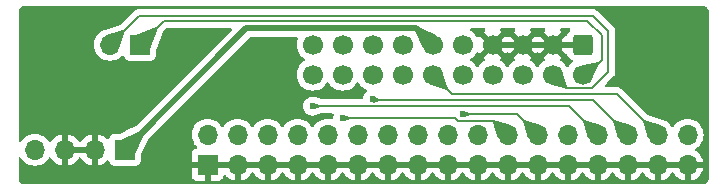
<source format=gbr>
%TF.GenerationSoftware,KiCad,Pcbnew,8.0.5*%
%TF.CreationDate,2024-12-02T19:35:40-06:00*%
%TF.ProjectId,Apple-II-HXC-Gotek-Adapter,4170706c-652d-4494-992d-4858432d476f,v1.0*%
%TF.SameCoordinates,Original*%
%TF.FileFunction,Copper,L1,Top*%
%TF.FilePolarity,Positive*%
%FSLAX46Y46*%
G04 Gerber Fmt 4.6, Leading zero omitted, Abs format (unit mm)*
G04 Created by KiCad (PCBNEW 8.0.5) date 2024-12-02 19:35:40*
%MOMM*%
%LPD*%
G01*
G04 APERTURE LIST*
G04 Aperture macros list*
%AMRoundRect*
0 Rectangle with rounded corners*
0 $1 Rounding radius*
0 $2 $3 $4 $5 $6 $7 $8 $9 X,Y pos of 4 corners*
0 Add a 4 corners polygon primitive as box body*
4,1,4,$2,$3,$4,$5,$6,$7,$8,$9,$2,$3,0*
0 Add four circle primitives for the rounded corners*
1,1,$1+$1,$2,$3*
1,1,$1+$1,$4,$5*
1,1,$1+$1,$6,$7*
1,1,$1+$1,$8,$9*
0 Add four rect primitives between the rounded corners*
20,1,$1+$1,$2,$3,$4,$5,0*
20,1,$1+$1,$4,$5,$6,$7,0*
20,1,$1+$1,$6,$7,$8,$9,0*
20,1,$1+$1,$8,$9,$2,$3,0*%
G04 Aperture macros list end*
%TA.AperFunction,ComponentPad*%
%ADD10R,1.700000X1.700000*%
%TD*%
%TA.AperFunction,ComponentPad*%
%ADD11O,1.700000X1.700000*%
%TD*%
%TA.AperFunction,ComponentPad*%
%ADD12C,1.700000*%
%TD*%
%TA.AperFunction,ComponentPad*%
%ADD13RoundRect,0.250000X-0.600000X0.600000X-0.600000X-0.600000X0.600000X-0.600000X0.600000X0.600000X0*%
%TD*%
%TA.AperFunction,ViaPad*%
%ADD14C,0.600000*%
%TD*%
%TA.AperFunction,Conductor*%
%ADD15C,0.200000*%
%TD*%
%TA.AperFunction,Conductor*%
%ADD16C,0.500000*%
%TD*%
G04 APERTURE END LIST*
D10*
%TO.P,J4,1,Pin_1*%
%TO.N,/PH0-RX*%
X86995000Y-101600000D03*
D11*
%TO.P,J4,2,Pin_2*%
%TO.N,/PH1-TX*%
X84455000Y-101600000D03*
%TD*%
D12*
%TO.P,J2,20,Pin_20*%
%TO.N,/WRPROT*%
X101600000Y-104140000D03*
%TO.P,J2,19,Pin_19*%
%TO.N,unconnected-(J2-Pin_19-Pad19)*%
X101600000Y-101600000D03*
%TO.P,J2,18,Pin_18*%
%TO.N,/WR*%
X104140000Y-104140000D03*
%TO.P,J2,17,Pin_17*%
%TO.N,unconnected-(J2-Pin_17-Pad17)*%
X104140000Y-101600000D03*
%TO.P,J2,16,Pin_16*%
%TO.N,/RD*%
X106680000Y-104140000D03*
%TO.P,J2,15,Pin_15*%
%TO.N,unconnected-(J2-Pin_15-Pad15)*%
X106680000Y-101600000D03*
%TO.P,J2,14,Pin_14*%
%TO.N,/~{DRVEN}*%
X109220000Y-104140000D03*
%TO.P,J2,13,Pin_13*%
%TO.N,unconnected-(J2-Pin_13-Pad13)*%
X109220000Y-101600000D03*
%TO.P,J2,12,Pin_12*%
%TO.N,/SEL*%
X111760000Y-104140000D03*
%TO.P,J2,11,Pin_11*%
%TO.N,+5V*%
X111760000Y-101600000D03*
%TO.P,J2,10,Pin_10*%
%TO.N,/~{WREQ}*%
X114300000Y-104140000D03*
%TO.P,J2,9,Pin_9*%
%TO.N,unconnected-(J2-Pin_9-Pad9)*%
X114300000Y-101600000D03*
%TO.P,J2,8,Pin_8*%
%TO.N,/PH3*%
X116840000Y-104140000D03*
%TO.P,J2,7,Pin_7*%
%TO.N,GND*%
X116840000Y-101600000D03*
%TO.P,J2,6,Pin_6*%
%TO.N,/PH2*%
X119380000Y-104140000D03*
%TO.P,J2,5,Pin_5*%
%TO.N,GND*%
X119380000Y-101600000D03*
%TO.P,J2,4,Pin_4*%
%TO.N,/PH1-TX*%
X121920000Y-104140000D03*
%TO.P,J2,3,Pin_3*%
%TO.N,GND*%
X121920000Y-101600000D03*
%TO.P,J2,2,Pin_2*%
%TO.N,/PH0-RX*%
X124460000Y-104140000D03*
D13*
%TO.P,J2,1,Pin_1*%
%TO.N,GND*%
X124460000Y-101600000D03*
%TD*%
D10*
%TO.P,J3,1,Pin_1*%
%TO.N,+5V*%
X85710000Y-110490000D03*
D11*
%TO.P,J3,2,Pin_2*%
%TO.N,GND*%
X83170000Y-110490000D03*
%TO.P,J3,3,Pin_3*%
X80630000Y-110490000D03*
%TO.P,J3,4,Pin_4*%
%TO.N,unconnected-(J3-Pin_4-Pad4)*%
X78090000Y-110490000D03*
%TD*%
D10*
%TO.P,J1,1,Pin_1*%
%TO.N,GND*%
X92710000Y-111760000D03*
D11*
%TO.P,J1,2,Pin_2*%
%TO.N,unconnected-(J1-Pin_2-Pad2)*%
X92710000Y-109220000D03*
%TO.P,J1,3,Pin_3*%
%TO.N,GND*%
X95250000Y-111760000D03*
%TO.P,J1,4,Pin_4*%
%TO.N,unconnected-(J1-Pin_4-Pad4)*%
X95250000Y-109220000D03*
%TO.P,J1,5,Pin_5*%
%TO.N,GND*%
X97790000Y-111760000D03*
%TO.P,J1,6,Pin_6*%
%TO.N,unconnected-(J1-Pin_6-Pad6)*%
X97790000Y-109220000D03*
%TO.P,J1,7,Pin_7*%
%TO.N,GND*%
X100330000Y-111760000D03*
%TO.P,J1,8,Pin_8*%
%TO.N,unconnected-(J1-Pin_8-Pad8)*%
X100330000Y-109220000D03*
%TO.P,J1,9,Pin_9*%
%TO.N,GND*%
X102870000Y-111760000D03*
%TO.P,J1,10,Pin_10*%
%TO.N,/~{DRVEN}*%
X102870000Y-109220000D03*
%TO.P,J1,11,Pin_11*%
%TO.N,GND*%
X105410000Y-111760000D03*
%TO.P,J1,12,Pin_12*%
%TO.N,unconnected-(J1-Pin_12-Pad12)*%
X105410000Y-109220000D03*
%TO.P,J1,13,Pin_13*%
%TO.N,GND*%
X107950000Y-111760000D03*
%TO.P,J1,14,Pin_14*%
%TO.N,unconnected-(J1-Pin_14-Pad14)*%
X107950000Y-109220000D03*
%TO.P,J1,15,Pin_15*%
%TO.N,GND*%
X110490000Y-111760000D03*
%TO.P,J1,16,Pin_16*%
%TO.N,unconnected-(J1-Pin_16-Pad16)*%
X110490000Y-109220000D03*
%TO.P,J1,17,Pin_17*%
%TO.N,GND*%
X113030000Y-111760000D03*
%TO.P,J1,18,Pin_18*%
%TO.N,/PH2*%
X113030000Y-109220000D03*
%TO.P,J1,19,Pin_19*%
%TO.N,GND*%
X115570000Y-111760000D03*
%TO.P,J1,20,Pin_20*%
%TO.N,/PH3*%
X115570000Y-109220000D03*
%TO.P,J1,21,Pin_21*%
%TO.N,GND*%
X118110000Y-111760000D03*
%TO.P,J1,22,Pin_22*%
%TO.N,/WR*%
X118110000Y-109220000D03*
%TO.P,J1,23,Pin_23*%
%TO.N,GND*%
X120650000Y-111760000D03*
%TO.P,J1,24,Pin_24*%
%TO.N,/~{WREQ}*%
X120650000Y-109220000D03*
%TO.P,J1,25,Pin_25*%
%TO.N,GND*%
X123190000Y-111760000D03*
%TO.P,J1,26,Pin_26*%
%TO.N,unconnected-(J1-Pin_26-Pad26)*%
X123190000Y-109220000D03*
%TO.P,J1,27,Pin_27*%
%TO.N,GND*%
X125730000Y-111760000D03*
%TO.P,J1,28,Pin_28*%
%TO.N,/WRPROT*%
X125730000Y-109220000D03*
%TO.P,J1,29,Pin_29*%
%TO.N,GND*%
X128270000Y-111760000D03*
%TO.P,J1,30,Pin_30*%
%TO.N,/RD*%
X128270000Y-109220000D03*
%TO.P,J1,31,Pin_31*%
%TO.N,GND*%
X130810000Y-111760000D03*
%TO.P,J1,32,Pin_32*%
%TO.N,/SEL*%
X130810000Y-109220000D03*
%TO.P,J1,33,Pin_33*%
%TO.N,GND*%
X133350000Y-111760000D03*
%TO.P,J1,34,Pin_34*%
%TO.N,unconnected-(J1-Pin_34-Pad34)*%
X133350000Y-109220000D03*
%TD*%
D14*
%TO.N,/RD*%
X106680000Y-106207000D03*
%TO.N,/WRPROT*%
X101600000Y-106807000D03*
%TO.N,/~{WREQ}*%
X114300000Y-107470000D03*
%TO.N,/WR*%
X104140000Y-107823000D03*
%TD*%
D15*
%TO.N,/PH0-RX*%
X124860000Y-99587000D02*
X89008000Y-99587000D01*
X89008000Y-99587000D02*
X86995000Y-101600000D01*
X126092000Y-100819000D02*
X124860000Y-99587000D01*
X126092000Y-102889000D02*
X126092000Y-100819000D01*
X124841000Y-104140000D02*
X126092000Y-102889000D01*
X124460000Y-104140000D02*
X124841000Y-104140000D01*
%TO.N,/PH1-TX*%
X86868000Y-99187000D02*
X84455000Y-101600000D01*
X123070000Y-105290000D02*
X125215000Y-105290000D01*
X125215000Y-105290000D02*
X126619000Y-103886000D01*
X126619000Y-100457000D02*
X125349000Y-99187000D01*
X121920000Y-104140000D02*
X123070000Y-105290000D01*
X126619000Y-103886000D02*
X126619000Y-100457000D01*
X125349000Y-99187000D02*
X86868000Y-99187000D01*
%TO.N,/WR*%
X116960000Y-108070000D02*
X118110000Y-109220000D01*
X113918236Y-108070000D02*
X116960000Y-108070000D01*
X113671236Y-107823000D02*
X113918236Y-108070000D01*
X104140000Y-107823000D02*
X113671236Y-107823000D01*
%TO.N,/RD*%
X106772000Y-106299000D02*
X106680000Y-106207000D01*
X125349000Y-106299000D02*
X106772000Y-106299000D01*
X128270000Y-109220000D02*
X125349000Y-106299000D01*
%TO.N,/WRPROT*%
X123317000Y-106807000D02*
X101600000Y-106807000D01*
X125730000Y-109220000D02*
X123317000Y-106807000D01*
D16*
%TO.N,+5V*%
X110363000Y-100203000D02*
X95997000Y-100203000D01*
X111760000Y-101600000D02*
X110363000Y-100203000D01*
X95997000Y-100203000D02*
X85710000Y-110490000D01*
D15*
%TO.N,/SEL*%
X113411000Y-105791000D02*
X111760000Y-104140000D01*
X127381000Y-105791000D02*
X113411000Y-105791000D01*
X130810000Y-109220000D02*
X127381000Y-105791000D01*
D16*
%TO.N,GND*%
X116840000Y-101600000D02*
X124460000Y-101600000D01*
D15*
%TO.N,/~{WREQ}*%
X118900000Y-107470000D02*
X114300000Y-107470000D01*
X120650000Y-109220000D02*
X118900000Y-107470000D01*
%TD*%
%TA.AperFunction,Conductor*%
%TO.N,GND*%
G36*
X134642922Y-98291280D02*
G01*
X134733266Y-98301459D01*
X134760331Y-98307636D01*
X134839540Y-98335352D01*
X134864553Y-98347398D01*
X134935606Y-98392043D01*
X134957313Y-98409355D01*
X135016644Y-98468686D01*
X135033957Y-98490395D01*
X135078600Y-98561444D01*
X135090648Y-98586462D01*
X135118362Y-98665666D01*
X135124540Y-98692735D01*
X135134720Y-98783076D01*
X135135500Y-98796961D01*
X135135500Y-112912038D01*
X135134720Y-112925923D01*
X135124540Y-113016264D01*
X135118362Y-113043333D01*
X135090648Y-113122537D01*
X135078600Y-113147555D01*
X135033957Y-113218604D01*
X135016644Y-113240313D01*
X134957313Y-113299644D01*
X134935604Y-113316957D01*
X134864555Y-113361600D01*
X134839537Y-113373648D01*
X134760333Y-113401362D01*
X134733264Y-113407540D01*
X134653075Y-113416576D01*
X134642921Y-113417720D01*
X134629038Y-113418500D01*
X77206962Y-113418500D01*
X77193078Y-113417720D01*
X77180553Y-113416308D01*
X77102735Y-113407540D01*
X77075666Y-113401362D01*
X76996462Y-113373648D01*
X76971444Y-113361600D01*
X76900395Y-113316957D01*
X76878686Y-113299644D01*
X76819355Y-113240313D01*
X76802042Y-113218604D01*
X76757399Y-113147555D01*
X76745351Y-113122537D01*
X76740964Y-113110000D01*
X76717636Y-113043331D01*
X76711459Y-113016263D01*
X76705929Y-112967187D01*
X76701280Y-112925922D01*
X76700500Y-112912038D01*
X76700500Y-111253391D01*
X76720185Y-111186352D01*
X76772989Y-111140597D01*
X76842147Y-111130653D01*
X76905703Y-111159678D01*
X76926073Y-111182266D01*
X76975876Y-111253391D01*
X77051281Y-111361082D01*
X77051505Y-111361401D01*
X77218599Y-111528495D01*
X77315384Y-111596265D01*
X77412165Y-111664032D01*
X77412167Y-111664033D01*
X77412170Y-111664035D01*
X77626337Y-111763903D01*
X77854592Y-111825063D01*
X78031034Y-111840500D01*
X78089999Y-111845659D01*
X78090000Y-111845659D01*
X78090001Y-111845659D01*
X78148966Y-111840500D01*
X78325408Y-111825063D01*
X78553663Y-111763903D01*
X78767830Y-111664035D01*
X78961401Y-111528495D01*
X79128495Y-111361401D01*
X79258730Y-111175405D01*
X79313307Y-111131781D01*
X79382805Y-111124587D01*
X79445160Y-111156110D01*
X79461879Y-111175405D01*
X79591890Y-111361078D01*
X79758917Y-111528105D01*
X79952421Y-111663600D01*
X80166507Y-111763429D01*
X80166516Y-111763433D01*
X80380000Y-111820634D01*
X80380000Y-110923012D01*
X80437007Y-110955925D01*
X80564174Y-110990000D01*
X80695826Y-110990000D01*
X80822993Y-110955925D01*
X80880000Y-110923012D01*
X80880000Y-111820633D01*
X81093483Y-111763433D01*
X81093492Y-111763429D01*
X81307578Y-111663600D01*
X81501082Y-111528105D01*
X81668105Y-111361082D01*
X81798425Y-111174968D01*
X81853002Y-111131344D01*
X81922501Y-111124151D01*
X81984855Y-111155673D01*
X82001575Y-111174968D01*
X82131894Y-111361082D01*
X82298917Y-111528105D01*
X82492421Y-111663600D01*
X82706507Y-111763429D01*
X82706516Y-111763433D01*
X82920000Y-111820634D01*
X82920000Y-110923012D01*
X82977007Y-110955925D01*
X83104174Y-110990000D01*
X83235826Y-110990000D01*
X83362993Y-110955925D01*
X83420000Y-110923012D01*
X83420000Y-111820633D01*
X83633483Y-111763433D01*
X83633492Y-111763429D01*
X83847578Y-111663600D01*
X84041078Y-111528108D01*
X84163133Y-111406053D01*
X84224456Y-111372568D01*
X84294148Y-111377552D01*
X84350082Y-111419423D01*
X84366997Y-111450401D01*
X84416202Y-111582328D01*
X84416206Y-111582335D01*
X84502452Y-111697544D01*
X84502455Y-111697547D01*
X84617664Y-111783793D01*
X84617671Y-111783797D01*
X84752517Y-111834091D01*
X84752516Y-111834091D01*
X84759444Y-111834835D01*
X84812127Y-111840500D01*
X86607872Y-111840499D01*
X86667483Y-111834091D01*
X86802331Y-111783796D01*
X86917546Y-111697546D01*
X87003796Y-111582331D01*
X87054091Y-111447483D01*
X87060500Y-111387873D01*
X87060499Y-110995321D01*
X87072634Y-110941822D01*
X87097935Y-110888920D01*
X87753803Y-109517558D01*
X87777983Y-109483383D01*
X96271549Y-100989819D01*
X96332872Y-100956334D01*
X96359230Y-100953500D01*
X100216714Y-100953500D01*
X100283753Y-100973185D01*
X100329508Y-101025989D01*
X100339452Y-101095147D01*
X100329098Y-101129901D01*
X100326098Y-101136334D01*
X100326094Y-101136344D01*
X100264938Y-101364586D01*
X100264936Y-101364596D01*
X100244341Y-101599999D01*
X100244341Y-101600000D01*
X100264936Y-101835403D01*
X100264938Y-101835413D01*
X100326094Y-102063655D01*
X100326096Y-102063659D01*
X100326097Y-102063663D01*
X100351524Y-102118191D01*
X100425965Y-102277830D01*
X100425967Y-102277834D01*
X100528858Y-102424777D01*
X100561501Y-102471396D01*
X100561506Y-102471402D01*
X100728597Y-102638493D01*
X100728603Y-102638498D01*
X100914158Y-102768425D01*
X100957783Y-102823002D01*
X100964977Y-102892500D01*
X100933454Y-102954855D01*
X100914158Y-102971575D01*
X100728597Y-103101505D01*
X100561505Y-103268597D01*
X100425965Y-103462169D01*
X100425964Y-103462171D01*
X100326098Y-103676335D01*
X100326094Y-103676344D01*
X100264938Y-103904586D01*
X100264936Y-103904596D01*
X100244341Y-104139999D01*
X100244341Y-104140000D01*
X100264936Y-104375403D01*
X100264938Y-104375413D01*
X100326094Y-104603655D01*
X100326096Y-104603659D01*
X100326097Y-104603663D01*
X100330000Y-104612032D01*
X100425965Y-104817830D01*
X100425967Y-104817834D01*
X100534281Y-104972521D01*
X100561505Y-105011401D01*
X100728599Y-105178495D01*
X100745744Y-105190500D01*
X100922165Y-105314032D01*
X100922167Y-105314033D01*
X100922170Y-105314035D01*
X101136337Y-105413903D01*
X101136343Y-105413904D01*
X101136344Y-105413905D01*
X101167623Y-105422286D01*
X101364592Y-105475063D01*
X101547777Y-105491090D01*
X101599999Y-105495659D01*
X101600000Y-105495659D01*
X101600001Y-105495659D01*
X101640930Y-105492078D01*
X101835408Y-105475063D01*
X102063663Y-105413903D01*
X102277830Y-105314035D01*
X102471401Y-105178495D01*
X102638495Y-105011401D01*
X102768425Y-104825842D01*
X102823002Y-104782217D01*
X102892500Y-104775023D01*
X102954855Y-104806546D01*
X102971575Y-104825842D01*
X103101500Y-105011395D01*
X103101505Y-105011401D01*
X103268599Y-105178495D01*
X103285744Y-105190500D01*
X103462165Y-105314032D01*
X103462167Y-105314033D01*
X103462170Y-105314035D01*
X103676337Y-105413903D01*
X103676343Y-105413904D01*
X103676344Y-105413905D01*
X103707623Y-105422286D01*
X103904592Y-105475063D01*
X104087777Y-105491090D01*
X104139999Y-105495659D01*
X104140000Y-105495659D01*
X104140001Y-105495659D01*
X104180930Y-105492078D01*
X104375408Y-105475063D01*
X104603663Y-105413903D01*
X104817830Y-105314035D01*
X105011401Y-105178495D01*
X105178495Y-105011401D01*
X105308425Y-104825842D01*
X105363002Y-104782217D01*
X105432500Y-104775023D01*
X105494855Y-104806546D01*
X105511575Y-104825842D01*
X105641500Y-105011395D01*
X105641505Y-105011401D01*
X105808599Y-105178495D01*
X105825744Y-105190500D01*
X106002165Y-105314032D01*
X106002167Y-105314033D01*
X106002170Y-105314035D01*
X106128363Y-105372880D01*
X106140870Y-105378712D01*
X106193309Y-105424884D01*
X106212461Y-105492078D01*
X106192245Y-105558959D01*
X106176147Y-105578775D01*
X106050183Y-105704739D01*
X105954210Y-105857478D01*
X105894630Y-106027750D01*
X105886898Y-106096383D01*
X105859832Y-106160797D01*
X105802237Y-106200352D01*
X105763678Y-106206500D01*
X102325027Y-106206500D01*
X102282496Y-106198978D01*
X101898687Y-106058834D01*
X101887104Y-106055150D01*
X101858111Y-106045927D01*
X101858104Y-106045926D01*
X101858095Y-106045924D01*
X101856718Y-106045754D01*
X101830992Y-106039735D01*
X101779252Y-106021631D01*
X101600004Y-106001435D01*
X101599996Y-106001435D01*
X101420750Y-106021630D01*
X101420745Y-106021631D01*
X101250476Y-106081211D01*
X101097737Y-106177184D01*
X100970184Y-106304737D01*
X100874211Y-106457476D01*
X100814631Y-106627745D01*
X100814630Y-106627750D01*
X100794435Y-106806996D01*
X100794435Y-106807003D01*
X100814630Y-106986249D01*
X100814631Y-106986254D01*
X100874211Y-107156523D01*
X100970184Y-107309262D01*
X101097738Y-107436816D01*
X101168707Y-107481409D01*
X101201563Y-107502054D01*
X101250478Y-107532789D01*
X101334187Y-107562080D01*
X101420745Y-107592368D01*
X101420750Y-107592369D01*
X101599996Y-107612565D01*
X101600000Y-107612565D01*
X101600004Y-107612565D01*
X101779249Y-107592369D01*
X101779250Y-107592368D01*
X101779255Y-107592368D01*
X101858251Y-107564725D01*
X101873651Y-107560431D01*
X101898687Y-107555166D01*
X102282495Y-107415022D01*
X102325026Y-107407500D01*
X103262535Y-107407500D01*
X103329574Y-107427185D01*
X103375329Y-107479989D01*
X103385273Y-107549147D01*
X103379577Y-107572454D01*
X103354632Y-107643742D01*
X103354630Y-107643749D01*
X103337081Y-107799506D01*
X103310014Y-107863920D01*
X103252419Y-107903475D01*
X103182582Y-107905612D01*
X103181768Y-107905397D01*
X103105413Y-107884938D01*
X103105403Y-107884936D01*
X102870001Y-107864341D01*
X102869999Y-107864341D01*
X102634596Y-107884936D01*
X102634586Y-107884938D01*
X102406344Y-107946094D01*
X102406335Y-107946098D01*
X102192171Y-108045964D01*
X102192169Y-108045965D01*
X101998597Y-108181505D01*
X101831505Y-108348597D01*
X101701575Y-108534158D01*
X101646998Y-108577783D01*
X101577500Y-108584977D01*
X101515145Y-108553454D01*
X101498425Y-108534158D01*
X101368494Y-108348597D01*
X101201402Y-108181506D01*
X101201395Y-108181501D01*
X101007834Y-108045967D01*
X101007830Y-108045965D01*
X101007828Y-108045964D01*
X100793663Y-107946097D01*
X100793659Y-107946096D01*
X100793655Y-107946094D01*
X100565413Y-107884938D01*
X100565403Y-107884936D01*
X100330001Y-107864341D01*
X100329999Y-107864341D01*
X100094596Y-107884936D01*
X100094586Y-107884938D01*
X99866344Y-107946094D01*
X99866335Y-107946098D01*
X99652171Y-108045964D01*
X99652169Y-108045965D01*
X99458597Y-108181505D01*
X99291505Y-108348597D01*
X99161575Y-108534158D01*
X99106998Y-108577783D01*
X99037500Y-108584977D01*
X98975145Y-108553454D01*
X98958425Y-108534158D01*
X98828494Y-108348597D01*
X98661402Y-108181506D01*
X98661395Y-108181501D01*
X98467834Y-108045967D01*
X98467830Y-108045965D01*
X98467828Y-108045964D01*
X98253663Y-107946097D01*
X98253659Y-107946096D01*
X98253655Y-107946094D01*
X98025413Y-107884938D01*
X98025403Y-107884936D01*
X97790001Y-107864341D01*
X97789999Y-107864341D01*
X97554596Y-107884936D01*
X97554586Y-107884938D01*
X97326344Y-107946094D01*
X97326335Y-107946098D01*
X97112171Y-108045964D01*
X97112169Y-108045965D01*
X96918597Y-108181505D01*
X96751505Y-108348597D01*
X96621575Y-108534158D01*
X96566998Y-108577783D01*
X96497500Y-108584977D01*
X96435145Y-108553454D01*
X96418425Y-108534158D01*
X96288494Y-108348597D01*
X96121402Y-108181506D01*
X96121395Y-108181501D01*
X95927834Y-108045967D01*
X95927830Y-108045965D01*
X95927828Y-108045964D01*
X95713663Y-107946097D01*
X95713659Y-107946096D01*
X95713655Y-107946094D01*
X95485413Y-107884938D01*
X95485403Y-107884936D01*
X95250001Y-107864341D01*
X95249999Y-107864341D01*
X95014596Y-107884936D01*
X95014586Y-107884938D01*
X94786344Y-107946094D01*
X94786335Y-107946098D01*
X94572171Y-108045964D01*
X94572169Y-108045965D01*
X94378597Y-108181505D01*
X94211505Y-108348597D01*
X94081575Y-108534158D01*
X94026998Y-108577783D01*
X93957500Y-108584977D01*
X93895145Y-108553454D01*
X93878425Y-108534158D01*
X93748494Y-108348597D01*
X93581402Y-108181506D01*
X93581395Y-108181501D01*
X93387834Y-108045967D01*
X93387830Y-108045965D01*
X93387828Y-108045964D01*
X93173663Y-107946097D01*
X93173659Y-107946096D01*
X93173655Y-107946094D01*
X92945413Y-107884938D01*
X92945403Y-107884936D01*
X92710001Y-107864341D01*
X92709999Y-107864341D01*
X92474596Y-107884936D01*
X92474586Y-107884938D01*
X92246344Y-107946094D01*
X92246335Y-107946098D01*
X92032171Y-108045964D01*
X92032169Y-108045965D01*
X91838597Y-108181505D01*
X91671505Y-108348597D01*
X91535965Y-108542169D01*
X91535964Y-108542171D01*
X91436098Y-108756335D01*
X91436094Y-108756344D01*
X91374938Y-108984586D01*
X91374936Y-108984596D01*
X91354341Y-109219999D01*
X91354341Y-109220000D01*
X91374936Y-109455403D01*
X91374938Y-109455413D01*
X91436094Y-109683655D01*
X91436096Y-109683659D01*
X91436097Y-109683663D01*
X91519358Y-109862217D01*
X91535965Y-109897830D01*
X91535967Y-109897834D01*
X91600503Y-109990000D01*
X91671501Y-110091396D01*
X91671506Y-110091402D01*
X91793818Y-110213714D01*
X91827303Y-110275037D01*
X91822319Y-110344729D01*
X91780447Y-110400662D01*
X91749471Y-110417577D01*
X91617912Y-110466646D01*
X91617906Y-110466649D01*
X91502812Y-110552809D01*
X91502809Y-110552812D01*
X91416649Y-110667906D01*
X91416645Y-110667913D01*
X91366403Y-110802620D01*
X91366401Y-110802627D01*
X91360000Y-110862155D01*
X91360000Y-111510000D01*
X92276988Y-111510000D01*
X92244075Y-111567007D01*
X92210000Y-111694174D01*
X92210000Y-111825826D01*
X92244075Y-111952993D01*
X92276988Y-112010000D01*
X91360000Y-112010000D01*
X91360000Y-112657844D01*
X91366401Y-112717372D01*
X91366403Y-112717379D01*
X91416645Y-112852086D01*
X91416649Y-112852093D01*
X91502809Y-112967187D01*
X91502812Y-112967190D01*
X91617906Y-113053350D01*
X91617913Y-113053354D01*
X91752620Y-113103596D01*
X91752627Y-113103598D01*
X91812155Y-113109999D01*
X91812172Y-113110000D01*
X92460000Y-113110000D01*
X92460000Y-112193012D01*
X92517007Y-112225925D01*
X92644174Y-112260000D01*
X92775826Y-112260000D01*
X92902993Y-112225925D01*
X92960000Y-112193012D01*
X92960000Y-113110000D01*
X93607828Y-113110000D01*
X93607844Y-113109999D01*
X93667372Y-113103598D01*
X93667379Y-113103596D01*
X93802086Y-113053354D01*
X93802093Y-113053350D01*
X93917187Y-112967190D01*
X93917190Y-112967187D01*
X94003350Y-112852093D01*
X94003354Y-112852086D01*
X94052614Y-112720013D01*
X94094485Y-112664079D01*
X94159949Y-112639662D01*
X94228222Y-112654513D01*
X94256477Y-112675665D01*
X94378917Y-112798105D01*
X94572421Y-112933600D01*
X94786507Y-113033429D01*
X94786516Y-113033433D01*
X95000000Y-113090634D01*
X95000000Y-112193012D01*
X95057007Y-112225925D01*
X95184174Y-112260000D01*
X95315826Y-112260000D01*
X95442993Y-112225925D01*
X95500000Y-112193012D01*
X95500000Y-113090633D01*
X95713483Y-113033433D01*
X95713492Y-113033429D01*
X95927578Y-112933600D01*
X96121082Y-112798105D01*
X96288105Y-112631082D01*
X96418425Y-112444968D01*
X96473002Y-112401344D01*
X96542501Y-112394151D01*
X96604855Y-112425673D01*
X96621575Y-112444968D01*
X96751894Y-112631082D01*
X96918917Y-112798105D01*
X97112421Y-112933600D01*
X97326507Y-113033429D01*
X97326516Y-113033433D01*
X97540000Y-113090634D01*
X97540000Y-112193012D01*
X97597007Y-112225925D01*
X97724174Y-112260000D01*
X97855826Y-112260000D01*
X97982993Y-112225925D01*
X98040000Y-112193012D01*
X98040000Y-113090633D01*
X98253483Y-113033433D01*
X98253492Y-113033429D01*
X98467578Y-112933600D01*
X98661082Y-112798105D01*
X98828105Y-112631082D01*
X98958425Y-112444968D01*
X99013002Y-112401344D01*
X99082501Y-112394151D01*
X99144855Y-112425673D01*
X99161575Y-112444968D01*
X99291894Y-112631082D01*
X99458917Y-112798105D01*
X99652421Y-112933600D01*
X99866507Y-113033429D01*
X99866516Y-113033433D01*
X100080000Y-113090634D01*
X100080000Y-112193012D01*
X100137007Y-112225925D01*
X100264174Y-112260000D01*
X100395826Y-112260000D01*
X100522993Y-112225925D01*
X100580000Y-112193012D01*
X100580000Y-113090633D01*
X100793483Y-113033433D01*
X100793492Y-113033429D01*
X101007578Y-112933600D01*
X101201082Y-112798105D01*
X101368105Y-112631082D01*
X101498425Y-112444968D01*
X101553002Y-112401344D01*
X101622501Y-112394151D01*
X101684855Y-112425673D01*
X101701575Y-112444968D01*
X101831894Y-112631082D01*
X101998917Y-112798105D01*
X102192421Y-112933600D01*
X102406507Y-113033429D01*
X102406516Y-113033433D01*
X102620000Y-113090634D01*
X102620000Y-112193012D01*
X102677007Y-112225925D01*
X102804174Y-112260000D01*
X102935826Y-112260000D01*
X103062993Y-112225925D01*
X103120000Y-112193012D01*
X103120000Y-113090633D01*
X103333483Y-113033433D01*
X103333492Y-113033429D01*
X103547578Y-112933600D01*
X103741082Y-112798105D01*
X103908105Y-112631082D01*
X104038425Y-112444968D01*
X104093002Y-112401344D01*
X104162501Y-112394151D01*
X104224855Y-112425673D01*
X104241575Y-112444968D01*
X104371894Y-112631082D01*
X104538917Y-112798105D01*
X104732421Y-112933600D01*
X104946507Y-113033429D01*
X104946516Y-113033433D01*
X105160000Y-113090634D01*
X105160000Y-112193012D01*
X105217007Y-112225925D01*
X105344174Y-112260000D01*
X105475826Y-112260000D01*
X105602993Y-112225925D01*
X105660000Y-112193012D01*
X105660000Y-113090633D01*
X105873483Y-113033433D01*
X105873492Y-113033429D01*
X106087578Y-112933600D01*
X106281082Y-112798105D01*
X106448105Y-112631082D01*
X106578425Y-112444968D01*
X106633002Y-112401344D01*
X106702501Y-112394151D01*
X106764855Y-112425673D01*
X106781575Y-112444968D01*
X106911894Y-112631082D01*
X107078917Y-112798105D01*
X107272421Y-112933600D01*
X107486507Y-113033429D01*
X107486516Y-113033433D01*
X107700000Y-113090634D01*
X107700000Y-112193012D01*
X107757007Y-112225925D01*
X107884174Y-112260000D01*
X108015826Y-112260000D01*
X108142993Y-112225925D01*
X108200000Y-112193012D01*
X108200000Y-113090634D01*
X108413483Y-113033433D01*
X108413492Y-113033429D01*
X108627578Y-112933600D01*
X108821082Y-112798105D01*
X108988105Y-112631082D01*
X109118425Y-112444968D01*
X109173002Y-112401344D01*
X109242501Y-112394151D01*
X109304855Y-112425673D01*
X109321575Y-112444968D01*
X109451894Y-112631082D01*
X109618917Y-112798105D01*
X109812421Y-112933600D01*
X110026507Y-113033429D01*
X110026516Y-113033433D01*
X110240000Y-113090634D01*
X110240000Y-112193012D01*
X110297007Y-112225925D01*
X110424174Y-112260000D01*
X110555826Y-112260000D01*
X110682993Y-112225925D01*
X110740000Y-112193012D01*
X110740000Y-113090634D01*
X110953483Y-113033433D01*
X110953492Y-113033429D01*
X111167578Y-112933600D01*
X111361082Y-112798105D01*
X111528105Y-112631082D01*
X111658425Y-112444968D01*
X111713002Y-112401344D01*
X111782501Y-112394151D01*
X111844855Y-112425673D01*
X111861575Y-112444968D01*
X111991894Y-112631082D01*
X112158917Y-112798105D01*
X112352421Y-112933600D01*
X112566507Y-113033429D01*
X112566516Y-113033433D01*
X112780000Y-113090634D01*
X112780000Y-112193012D01*
X112837007Y-112225925D01*
X112964174Y-112260000D01*
X113095826Y-112260000D01*
X113222993Y-112225925D01*
X113280000Y-112193012D01*
X113280000Y-113090634D01*
X113493483Y-113033433D01*
X113493492Y-113033429D01*
X113707578Y-112933600D01*
X113901082Y-112798105D01*
X114068105Y-112631082D01*
X114198425Y-112444968D01*
X114253002Y-112401344D01*
X114322501Y-112394151D01*
X114384855Y-112425673D01*
X114401575Y-112444968D01*
X114531894Y-112631082D01*
X114698917Y-112798105D01*
X114892421Y-112933600D01*
X115106507Y-113033429D01*
X115106516Y-113033433D01*
X115320000Y-113090634D01*
X115320000Y-112193012D01*
X115377007Y-112225925D01*
X115504174Y-112260000D01*
X115635826Y-112260000D01*
X115762993Y-112225925D01*
X115820000Y-112193012D01*
X115820000Y-113090634D01*
X116033483Y-113033433D01*
X116033492Y-113033429D01*
X116247578Y-112933600D01*
X116441082Y-112798105D01*
X116608105Y-112631082D01*
X116738425Y-112444968D01*
X116793002Y-112401344D01*
X116862501Y-112394151D01*
X116924855Y-112425673D01*
X116941575Y-112444968D01*
X117071894Y-112631082D01*
X117238917Y-112798105D01*
X117432421Y-112933600D01*
X117646507Y-113033429D01*
X117646516Y-113033433D01*
X117860000Y-113090634D01*
X117860000Y-112193012D01*
X117917007Y-112225925D01*
X118044174Y-112260000D01*
X118175826Y-112260000D01*
X118302993Y-112225925D01*
X118360000Y-112193012D01*
X118360000Y-113090634D01*
X118573483Y-113033433D01*
X118573492Y-113033429D01*
X118787578Y-112933600D01*
X118981082Y-112798105D01*
X119148105Y-112631082D01*
X119278425Y-112444968D01*
X119333002Y-112401344D01*
X119402501Y-112394151D01*
X119464855Y-112425673D01*
X119481575Y-112444968D01*
X119611894Y-112631082D01*
X119778917Y-112798105D01*
X119972421Y-112933600D01*
X120186507Y-113033429D01*
X120186516Y-113033433D01*
X120400000Y-113090634D01*
X120400000Y-112193012D01*
X120457007Y-112225925D01*
X120584174Y-112260000D01*
X120715826Y-112260000D01*
X120842993Y-112225925D01*
X120900000Y-112193012D01*
X120900000Y-113090633D01*
X121113483Y-113033433D01*
X121113492Y-113033429D01*
X121327578Y-112933600D01*
X121521082Y-112798105D01*
X121688105Y-112631082D01*
X121818425Y-112444968D01*
X121873002Y-112401344D01*
X121942501Y-112394151D01*
X122004855Y-112425673D01*
X122021575Y-112444968D01*
X122151894Y-112631082D01*
X122318917Y-112798105D01*
X122512421Y-112933600D01*
X122726507Y-113033429D01*
X122726516Y-113033433D01*
X122940000Y-113090634D01*
X122940000Y-112193012D01*
X122997007Y-112225925D01*
X123124174Y-112260000D01*
X123255826Y-112260000D01*
X123382993Y-112225925D01*
X123440000Y-112193012D01*
X123440000Y-113090633D01*
X123653483Y-113033433D01*
X123653492Y-113033429D01*
X123867578Y-112933600D01*
X124061082Y-112798105D01*
X124228105Y-112631082D01*
X124358425Y-112444968D01*
X124413002Y-112401344D01*
X124482501Y-112394151D01*
X124544855Y-112425673D01*
X124561575Y-112444968D01*
X124691894Y-112631082D01*
X124858917Y-112798105D01*
X125052421Y-112933600D01*
X125266507Y-113033429D01*
X125266516Y-113033433D01*
X125480000Y-113090634D01*
X125480000Y-112193012D01*
X125537007Y-112225925D01*
X125664174Y-112260000D01*
X125795826Y-112260000D01*
X125922993Y-112225925D01*
X125980000Y-112193012D01*
X125980000Y-113090633D01*
X126193483Y-113033433D01*
X126193492Y-113033429D01*
X126407578Y-112933600D01*
X126601082Y-112798105D01*
X126768105Y-112631082D01*
X126898425Y-112444968D01*
X126953002Y-112401344D01*
X127022501Y-112394151D01*
X127084855Y-112425673D01*
X127101575Y-112444968D01*
X127231894Y-112631082D01*
X127398917Y-112798105D01*
X127592421Y-112933600D01*
X127806507Y-113033429D01*
X127806516Y-113033433D01*
X128020000Y-113090634D01*
X128020000Y-112193012D01*
X128077007Y-112225925D01*
X128204174Y-112260000D01*
X128335826Y-112260000D01*
X128462993Y-112225925D01*
X128520000Y-112193012D01*
X128520000Y-113090633D01*
X128733483Y-113033433D01*
X128733492Y-113033429D01*
X128947578Y-112933600D01*
X129141082Y-112798105D01*
X129308105Y-112631082D01*
X129438425Y-112444968D01*
X129493002Y-112401344D01*
X129562501Y-112394151D01*
X129624855Y-112425673D01*
X129641575Y-112444968D01*
X129771894Y-112631082D01*
X129938917Y-112798105D01*
X130132421Y-112933600D01*
X130346507Y-113033429D01*
X130346516Y-113033433D01*
X130560000Y-113090634D01*
X130560000Y-112193012D01*
X130617007Y-112225925D01*
X130744174Y-112260000D01*
X130875826Y-112260000D01*
X131002993Y-112225925D01*
X131060000Y-112193012D01*
X131060000Y-113090633D01*
X131273483Y-113033433D01*
X131273492Y-113033429D01*
X131487578Y-112933600D01*
X131681082Y-112798105D01*
X131848105Y-112631082D01*
X131978425Y-112444968D01*
X132033002Y-112401344D01*
X132102501Y-112394151D01*
X132164855Y-112425673D01*
X132181575Y-112444968D01*
X132311894Y-112631082D01*
X132478917Y-112798105D01*
X132672421Y-112933600D01*
X132886507Y-113033429D01*
X132886516Y-113033433D01*
X133100000Y-113090634D01*
X133100000Y-112193012D01*
X133157007Y-112225925D01*
X133284174Y-112260000D01*
X133415826Y-112260000D01*
X133542993Y-112225925D01*
X133600000Y-112193012D01*
X133600000Y-113090633D01*
X133813483Y-113033433D01*
X133813492Y-113033429D01*
X134027578Y-112933600D01*
X134221082Y-112798105D01*
X134388105Y-112631082D01*
X134523600Y-112437578D01*
X134623429Y-112223492D01*
X134623432Y-112223486D01*
X134680636Y-112010000D01*
X133783012Y-112010000D01*
X133815925Y-111952993D01*
X133850000Y-111825826D01*
X133850000Y-111694174D01*
X133815925Y-111567007D01*
X133783012Y-111510000D01*
X134680636Y-111510000D01*
X134680635Y-111509999D01*
X134623432Y-111296513D01*
X134623429Y-111296507D01*
X134523600Y-111082422D01*
X134523599Y-111082420D01*
X134388113Y-110888926D01*
X134388108Y-110888920D01*
X134221078Y-110721890D01*
X134035405Y-110591879D01*
X133991780Y-110537302D01*
X133984588Y-110467804D01*
X134016110Y-110405449D01*
X134035406Y-110388730D01*
X134166400Y-110297007D01*
X134221401Y-110258495D01*
X134388495Y-110091401D01*
X134524035Y-109897830D01*
X134623903Y-109683663D01*
X134685063Y-109455408D01*
X134705659Y-109220000D01*
X134685063Y-108984592D01*
X134623903Y-108756337D01*
X134524035Y-108542171D01*
X134518425Y-108534158D01*
X134388494Y-108348597D01*
X134221402Y-108181506D01*
X134221395Y-108181501D01*
X134027834Y-108045967D01*
X134027830Y-108045965D01*
X134027828Y-108045964D01*
X133813663Y-107946097D01*
X133813659Y-107946096D01*
X133813655Y-107946094D01*
X133585413Y-107884938D01*
X133585403Y-107884936D01*
X133350001Y-107864341D01*
X133349999Y-107864341D01*
X133114596Y-107884936D01*
X133114586Y-107884938D01*
X132886344Y-107946094D01*
X132886335Y-107946098D01*
X132672171Y-108045964D01*
X132672169Y-108045965D01*
X132478597Y-108181505D01*
X132311505Y-108348597D01*
X132181575Y-108534158D01*
X132126998Y-108577783D01*
X132057500Y-108584977D01*
X131995145Y-108553454D01*
X131978425Y-108534158D01*
X131848494Y-108348597D01*
X131681402Y-108181506D01*
X131681395Y-108181501D01*
X131487834Y-108045967D01*
X131487830Y-108045965D01*
X131273665Y-107946097D01*
X131249460Y-107939611D01*
X131242205Y-107937427D01*
X129968972Y-107511318D01*
X129920644Y-107481409D01*
X127868590Y-105429355D01*
X127868588Y-105429352D01*
X127749717Y-105310481D01*
X127749712Y-105310477D01*
X127637385Y-105245626D01*
X127612785Y-105231423D01*
X127460057Y-105190499D01*
X127301943Y-105190499D01*
X127294347Y-105190499D01*
X127294331Y-105190500D01*
X126463097Y-105190500D01*
X126396058Y-105170815D01*
X126350303Y-105118011D01*
X126340359Y-105048853D01*
X126369384Y-104985297D01*
X126375416Y-104978819D01*
X126497276Y-104856958D01*
X126977506Y-104376727D01*
X126977511Y-104376724D01*
X126987714Y-104366520D01*
X126987716Y-104366520D01*
X127099520Y-104254716D01*
X127165751Y-104140000D01*
X127178577Y-104117785D01*
X127219501Y-103965057D01*
X127219501Y-103806943D01*
X127219501Y-103799348D01*
X127219500Y-103799330D01*
X127219500Y-100377944D01*
X127219499Y-100377940D01*
X127216587Y-100367071D01*
X127211295Y-100347319D01*
X127178577Y-100225215D01*
X127123075Y-100129083D01*
X127099520Y-100088284D01*
X126987716Y-99976480D01*
X126987715Y-99976479D01*
X126983385Y-99972149D01*
X126983374Y-99972139D01*
X125836590Y-98825355D01*
X125836588Y-98825352D01*
X125717717Y-98706481D01*
X125717716Y-98706480D01*
X125630904Y-98656360D01*
X125630904Y-98656359D01*
X125630900Y-98656358D01*
X125580785Y-98627423D01*
X125428057Y-98586499D01*
X125269943Y-98586499D01*
X125262347Y-98586499D01*
X125262331Y-98586500D01*
X86788940Y-98586500D01*
X86748019Y-98597464D01*
X86748019Y-98597465D01*
X86710751Y-98607451D01*
X86636214Y-98627423D01*
X86636209Y-98627426D01*
X86499290Y-98706475D01*
X86499282Y-98706481D01*
X86387478Y-98818286D01*
X85344354Y-99861409D01*
X85296026Y-99891318D01*
X84022779Y-100317432D01*
X84015532Y-100319613D01*
X83991337Y-100326097D01*
X83991335Y-100326098D01*
X83981881Y-100330506D01*
X83970933Y-100334987D01*
X83964173Y-100337384D01*
X83963430Y-100337662D01*
X83963418Y-100337668D01*
X83899081Y-100367069D01*
X83893406Y-100370434D01*
X83893228Y-100370133D01*
X83880226Y-100377907D01*
X83777176Y-100425961D01*
X83777169Y-100425965D01*
X83583597Y-100561505D01*
X83416505Y-100728597D01*
X83280965Y-100922169D01*
X83280964Y-100922171D01*
X83181098Y-101136335D01*
X83181094Y-101136344D01*
X83119938Y-101364586D01*
X83119936Y-101364596D01*
X83099341Y-101599999D01*
X83099341Y-101600000D01*
X83119936Y-101835403D01*
X83119938Y-101835413D01*
X83181094Y-102063655D01*
X83181096Y-102063659D01*
X83181097Y-102063663D01*
X83206524Y-102118191D01*
X83280965Y-102277830D01*
X83280967Y-102277834D01*
X83383858Y-102424777D01*
X83416505Y-102471401D01*
X83583599Y-102638495D01*
X83680384Y-102706265D01*
X83777165Y-102774032D01*
X83777167Y-102774033D01*
X83777170Y-102774035D01*
X83991337Y-102873903D01*
X83991343Y-102873904D01*
X83991344Y-102873905D01*
X84030360Y-102884359D01*
X84219592Y-102935063D01*
X84396034Y-102950500D01*
X84454999Y-102955659D01*
X84455000Y-102955659D01*
X84455001Y-102955659D01*
X84513966Y-102950500D01*
X84690408Y-102935063D01*
X84918663Y-102873903D01*
X85132830Y-102774035D01*
X85326401Y-102638495D01*
X85448329Y-102516566D01*
X85509648Y-102483084D01*
X85579340Y-102488068D01*
X85635274Y-102529939D01*
X85652189Y-102560917D01*
X85701202Y-102692328D01*
X85701206Y-102692335D01*
X85787452Y-102807544D01*
X85787455Y-102807547D01*
X85902664Y-102893793D01*
X85902671Y-102893797D01*
X86037517Y-102944091D01*
X86037516Y-102944091D01*
X86044444Y-102944835D01*
X86097127Y-102950500D01*
X87892872Y-102950499D01*
X87952483Y-102944091D01*
X88087331Y-102893796D01*
X88202546Y-102807546D01*
X88288796Y-102692331D01*
X88339091Y-102557483D01*
X88345500Y-102497873D01*
X88345499Y-102082749D01*
X88353886Y-102037921D01*
X88404649Y-101907007D01*
X88944567Y-100514583D01*
X88972494Y-100471739D01*
X89220417Y-100223816D01*
X89281739Y-100190334D01*
X89308097Y-100187500D01*
X94651770Y-100187500D01*
X94718809Y-100207185D01*
X94764564Y-100259989D01*
X94774508Y-100329147D01*
X94745483Y-100392703D01*
X94739451Y-100399181D01*
X86716622Y-108422008D01*
X86682442Y-108446192D01*
X86033943Y-108756344D01*
X85258170Y-109127365D01*
X85204671Y-109139500D01*
X84812129Y-109139500D01*
X84812123Y-109139501D01*
X84752516Y-109145908D01*
X84617671Y-109196202D01*
X84617664Y-109196206D01*
X84502455Y-109282452D01*
X84502452Y-109282455D01*
X84416206Y-109397664D01*
X84416202Y-109397671D01*
X84366997Y-109529598D01*
X84325126Y-109585532D01*
X84259661Y-109609949D01*
X84191388Y-109595097D01*
X84163134Y-109573946D01*
X84041082Y-109451894D01*
X83847578Y-109316399D01*
X83633492Y-109216570D01*
X83633486Y-109216567D01*
X83420000Y-109159364D01*
X83420000Y-110056988D01*
X83362993Y-110024075D01*
X83235826Y-109990000D01*
X83104174Y-109990000D01*
X82977007Y-110024075D01*
X82920000Y-110056988D01*
X82920000Y-109159364D01*
X82919999Y-109159364D01*
X82706513Y-109216567D01*
X82706507Y-109216570D01*
X82492422Y-109316399D01*
X82492420Y-109316400D01*
X82298926Y-109451886D01*
X82298920Y-109451891D01*
X82131891Y-109618920D01*
X82131890Y-109618922D01*
X82001575Y-109805031D01*
X81946998Y-109848655D01*
X81877499Y-109855848D01*
X81815145Y-109824326D01*
X81798425Y-109805031D01*
X81668109Y-109618922D01*
X81668108Y-109618920D01*
X81501082Y-109451894D01*
X81307578Y-109316399D01*
X81093492Y-109216570D01*
X81093486Y-109216567D01*
X80880000Y-109159364D01*
X80880000Y-110056988D01*
X80822993Y-110024075D01*
X80695826Y-109990000D01*
X80564174Y-109990000D01*
X80437007Y-110024075D01*
X80380000Y-110056988D01*
X80380000Y-109159364D01*
X80379999Y-109159364D01*
X80166513Y-109216567D01*
X80166507Y-109216570D01*
X79952422Y-109316399D01*
X79952420Y-109316400D01*
X79758926Y-109451886D01*
X79758920Y-109451891D01*
X79591891Y-109618920D01*
X79591890Y-109618922D01*
X79461880Y-109804595D01*
X79407303Y-109848219D01*
X79337804Y-109855412D01*
X79275450Y-109823890D01*
X79258730Y-109804594D01*
X79128494Y-109618597D01*
X78961402Y-109451506D01*
X78961395Y-109451501D01*
X78767834Y-109315967D01*
X78767830Y-109315965D01*
X78767828Y-109315964D01*
X78553663Y-109216097D01*
X78553659Y-109216096D01*
X78553655Y-109216094D01*
X78325413Y-109154938D01*
X78325403Y-109154936D01*
X78090001Y-109134341D01*
X78089999Y-109134341D01*
X77854596Y-109154936D01*
X77854586Y-109154938D01*
X77626344Y-109216094D01*
X77626335Y-109216098D01*
X77412171Y-109315964D01*
X77412169Y-109315965D01*
X77218597Y-109451505D01*
X77051505Y-109618597D01*
X76926075Y-109797731D01*
X76871498Y-109841356D01*
X76802000Y-109848549D01*
X76739645Y-109817027D01*
X76704231Y-109756797D01*
X76700500Y-109726608D01*
X76700500Y-98796961D01*
X76701280Y-98783077D01*
X76701280Y-98783076D01*
X76711459Y-98692731D01*
X76717635Y-98665670D01*
X76745353Y-98586456D01*
X76757396Y-98561450D01*
X76802046Y-98490389D01*
X76819351Y-98468690D01*
X76878690Y-98409351D01*
X76900389Y-98392046D01*
X76971450Y-98347396D01*
X76996456Y-98335353D01*
X77075670Y-98307635D01*
X77102733Y-98301459D01*
X77165419Y-98294396D01*
X77193079Y-98291280D01*
X77206962Y-98290500D01*
X77265892Y-98290500D01*
X134570108Y-98290500D01*
X134629038Y-98290500D01*
X134642922Y-98291280D01*
G37*
%TD.AperFunction*%
%TA.AperFunction,Conductor*%
G36*
X94784075Y-111567007D02*
G01*
X94750000Y-111694174D01*
X94750000Y-111825826D01*
X94784075Y-111952993D01*
X94816988Y-112010000D01*
X93143012Y-112010000D01*
X93175925Y-111952993D01*
X93210000Y-111825826D01*
X93210000Y-111694174D01*
X93175925Y-111567007D01*
X93143012Y-111510000D01*
X94816988Y-111510000D01*
X94784075Y-111567007D01*
G37*
%TD.AperFunction*%
%TA.AperFunction,Conductor*%
G36*
X97324075Y-111567007D02*
G01*
X97290000Y-111694174D01*
X97290000Y-111825826D01*
X97324075Y-111952993D01*
X97356988Y-112010000D01*
X95683012Y-112010000D01*
X95715925Y-111952993D01*
X95750000Y-111825826D01*
X95750000Y-111694174D01*
X95715925Y-111567007D01*
X95683012Y-111510000D01*
X97356988Y-111510000D01*
X97324075Y-111567007D01*
G37*
%TD.AperFunction*%
%TA.AperFunction,Conductor*%
G36*
X99864075Y-111567007D02*
G01*
X99830000Y-111694174D01*
X99830000Y-111825826D01*
X99864075Y-111952993D01*
X99896988Y-112010000D01*
X98223012Y-112010000D01*
X98255925Y-111952993D01*
X98290000Y-111825826D01*
X98290000Y-111694174D01*
X98255925Y-111567007D01*
X98223012Y-111510000D01*
X99896988Y-111510000D01*
X99864075Y-111567007D01*
G37*
%TD.AperFunction*%
%TA.AperFunction,Conductor*%
G36*
X102404075Y-111567007D02*
G01*
X102370000Y-111694174D01*
X102370000Y-111825826D01*
X102404075Y-111952993D01*
X102436988Y-112010000D01*
X100763012Y-112010000D01*
X100795925Y-111952993D01*
X100830000Y-111825826D01*
X100830000Y-111694174D01*
X100795925Y-111567007D01*
X100763012Y-111510000D01*
X102436988Y-111510000D01*
X102404075Y-111567007D01*
G37*
%TD.AperFunction*%
%TA.AperFunction,Conductor*%
G36*
X104944075Y-111567007D02*
G01*
X104910000Y-111694174D01*
X104910000Y-111825826D01*
X104944075Y-111952993D01*
X104976988Y-112010000D01*
X103303012Y-112010000D01*
X103335925Y-111952993D01*
X103370000Y-111825826D01*
X103370000Y-111694174D01*
X103335925Y-111567007D01*
X103303012Y-111510000D01*
X104976988Y-111510000D01*
X104944075Y-111567007D01*
G37*
%TD.AperFunction*%
%TA.AperFunction,Conductor*%
G36*
X107484075Y-111567007D02*
G01*
X107450000Y-111694174D01*
X107450000Y-111825826D01*
X107484075Y-111952993D01*
X107516988Y-112010000D01*
X105843012Y-112010000D01*
X105875925Y-111952993D01*
X105910000Y-111825826D01*
X105910000Y-111694174D01*
X105875925Y-111567007D01*
X105843012Y-111510000D01*
X107516988Y-111510000D01*
X107484075Y-111567007D01*
G37*
%TD.AperFunction*%
%TA.AperFunction,Conductor*%
G36*
X110024075Y-111567007D02*
G01*
X109990000Y-111694174D01*
X109990000Y-111825826D01*
X110024075Y-111952993D01*
X110056988Y-112010000D01*
X108383012Y-112010000D01*
X108415925Y-111952993D01*
X108450000Y-111825826D01*
X108450000Y-111694174D01*
X108415925Y-111567007D01*
X108383012Y-111510000D01*
X110056988Y-111510000D01*
X110024075Y-111567007D01*
G37*
%TD.AperFunction*%
%TA.AperFunction,Conductor*%
G36*
X112564075Y-111567007D02*
G01*
X112530000Y-111694174D01*
X112530000Y-111825826D01*
X112564075Y-111952993D01*
X112596988Y-112010000D01*
X110923012Y-112010000D01*
X110955925Y-111952993D01*
X110990000Y-111825826D01*
X110990000Y-111694174D01*
X110955925Y-111567007D01*
X110923012Y-111510000D01*
X112596988Y-111510000D01*
X112564075Y-111567007D01*
G37*
%TD.AperFunction*%
%TA.AperFunction,Conductor*%
G36*
X115104075Y-111567007D02*
G01*
X115070000Y-111694174D01*
X115070000Y-111825826D01*
X115104075Y-111952993D01*
X115136988Y-112010000D01*
X113463012Y-112010000D01*
X113495925Y-111952993D01*
X113530000Y-111825826D01*
X113530000Y-111694174D01*
X113495925Y-111567007D01*
X113463012Y-111510000D01*
X115136988Y-111510000D01*
X115104075Y-111567007D01*
G37*
%TD.AperFunction*%
%TA.AperFunction,Conductor*%
G36*
X117644075Y-111567007D02*
G01*
X117610000Y-111694174D01*
X117610000Y-111825826D01*
X117644075Y-111952993D01*
X117676988Y-112010000D01*
X116003012Y-112010000D01*
X116035925Y-111952993D01*
X116070000Y-111825826D01*
X116070000Y-111694174D01*
X116035925Y-111567007D01*
X116003012Y-111510000D01*
X117676988Y-111510000D01*
X117644075Y-111567007D01*
G37*
%TD.AperFunction*%
%TA.AperFunction,Conductor*%
G36*
X120184075Y-111567007D02*
G01*
X120150000Y-111694174D01*
X120150000Y-111825826D01*
X120184075Y-111952993D01*
X120216988Y-112010000D01*
X118543012Y-112010000D01*
X118575925Y-111952993D01*
X118610000Y-111825826D01*
X118610000Y-111694174D01*
X118575925Y-111567007D01*
X118543012Y-111510000D01*
X120216988Y-111510000D01*
X120184075Y-111567007D01*
G37*
%TD.AperFunction*%
%TA.AperFunction,Conductor*%
G36*
X122724075Y-111567007D02*
G01*
X122690000Y-111694174D01*
X122690000Y-111825826D01*
X122724075Y-111952993D01*
X122756988Y-112010000D01*
X121083012Y-112010000D01*
X121115925Y-111952993D01*
X121150000Y-111825826D01*
X121150000Y-111694174D01*
X121115925Y-111567007D01*
X121083012Y-111510000D01*
X122756988Y-111510000D01*
X122724075Y-111567007D01*
G37*
%TD.AperFunction*%
%TA.AperFunction,Conductor*%
G36*
X125264075Y-111567007D02*
G01*
X125230000Y-111694174D01*
X125230000Y-111825826D01*
X125264075Y-111952993D01*
X125296988Y-112010000D01*
X123623012Y-112010000D01*
X123655925Y-111952993D01*
X123690000Y-111825826D01*
X123690000Y-111694174D01*
X123655925Y-111567007D01*
X123623012Y-111510000D01*
X125296988Y-111510000D01*
X125264075Y-111567007D01*
G37*
%TD.AperFunction*%
%TA.AperFunction,Conductor*%
G36*
X127804075Y-111567007D02*
G01*
X127770000Y-111694174D01*
X127770000Y-111825826D01*
X127804075Y-111952993D01*
X127836988Y-112010000D01*
X126163012Y-112010000D01*
X126195925Y-111952993D01*
X126230000Y-111825826D01*
X126230000Y-111694174D01*
X126195925Y-111567007D01*
X126163012Y-111510000D01*
X127836988Y-111510000D01*
X127804075Y-111567007D01*
G37*
%TD.AperFunction*%
%TA.AperFunction,Conductor*%
G36*
X130344075Y-111567007D02*
G01*
X130310000Y-111694174D01*
X130310000Y-111825826D01*
X130344075Y-111952993D01*
X130376988Y-112010000D01*
X128703012Y-112010000D01*
X128735925Y-111952993D01*
X128770000Y-111825826D01*
X128770000Y-111694174D01*
X128735925Y-111567007D01*
X128703012Y-111510000D01*
X130376988Y-111510000D01*
X130344075Y-111567007D01*
G37*
%TD.AperFunction*%
%TA.AperFunction,Conductor*%
G36*
X132884075Y-111567007D02*
G01*
X132850000Y-111694174D01*
X132850000Y-111825826D01*
X132884075Y-111952993D01*
X132916988Y-112010000D01*
X131243012Y-112010000D01*
X131275925Y-111952993D01*
X131310000Y-111825826D01*
X131310000Y-111694174D01*
X131275925Y-111567007D01*
X131243012Y-111510000D01*
X132916988Y-111510000D01*
X132884075Y-111567007D01*
G37*
%TD.AperFunction*%
%TA.AperFunction,Conductor*%
G36*
X82704075Y-110297007D02*
G01*
X82670000Y-110424174D01*
X82670000Y-110555826D01*
X82704075Y-110682993D01*
X82736988Y-110740000D01*
X81063012Y-110740000D01*
X81095925Y-110682993D01*
X81130000Y-110555826D01*
X81130000Y-110424174D01*
X81095925Y-110297007D01*
X81063012Y-110240000D01*
X82736988Y-110240000D01*
X82704075Y-110297007D01*
G37*
%TD.AperFunction*%
%TA.AperFunction,Conductor*%
G36*
X116374075Y-101792993D02*
G01*
X116439901Y-101907007D01*
X116532993Y-102000099D01*
X116647007Y-102065925D01*
X116710590Y-102082962D01*
X116078625Y-102714925D01*
X116154594Y-102768119D01*
X116198219Y-102822696D01*
X116205413Y-102892194D01*
X116173890Y-102954549D01*
X116154595Y-102971269D01*
X115968594Y-103101508D01*
X115801505Y-103268597D01*
X115671575Y-103454158D01*
X115616998Y-103497783D01*
X115547500Y-103504977D01*
X115485145Y-103473454D01*
X115468425Y-103454158D01*
X115338494Y-103268597D01*
X115171402Y-103101506D01*
X115171396Y-103101501D01*
X114985842Y-102971575D01*
X114942217Y-102916998D01*
X114935023Y-102847500D01*
X114966546Y-102785145D01*
X114985842Y-102768425D01*
X115062248Y-102714925D01*
X115171401Y-102638495D01*
X115338495Y-102471401D01*
X115468732Y-102285403D01*
X115523307Y-102241780D01*
X115592805Y-102234586D01*
X115655160Y-102266109D01*
X115671880Y-102285405D01*
X115725073Y-102361373D01*
X116357037Y-101729409D01*
X116374075Y-101792993D01*
G37*
%TD.AperFunction*%
%TA.AperFunction,Conductor*%
G36*
X118914075Y-101792993D02*
G01*
X118979901Y-101907007D01*
X119072993Y-102000099D01*
X119187007Y-102065925D01*
X119250590Y-102082962D01*
X118618625Y-102714925D01*
X118694594Y-102768119D01*
X118738219Y-102822696D01*
X118745413Y-102892194D01*
X118713890Y-102954549D01*
X118694595Y-102971269D01*
X118508594Y-103101508D01*
X118341505Y-103268597D01*
X118211575Y-103454158D01*
X118156998Y-103497783D01*
X118087500Y-103504977D01*
X118025145Y-103473454D01*
X118008425Y-103454158D01*
X117878494Y-103268597D01*
X117711402Y-103101506D01*
X117711401Y-103101505D01*
X117525405Y-102971269D01*
X117481781Y-102916692D01*
X117474588Y-102847193D01*
X117506110Y-102784839D01*
X117525405Y-102768119D01*
X117601373Y-102714925D01*
X116969409Y-102082962D01*
X117032993Y-102065925D01*
X117147007Y-102000099D01*
X117240099Y-101907007D01*
X117305925Y-101792993D01*
X117322962Y-101729410D01*
X117954925Y-102361373D01*
X118008425Y-102284968D01*
X118063002Y-102241344D01*
X118132501Y-102234151D01*
X118194855Y-102265673D01*
X118211576Y-102284969D01*
X118265073Y-102361372D01*
X118897037Y-101729409D01*
X118914075Y-101792993D01*
G37*
%TD.AperFunction*%
%TA.AperFunction,Conductor*%
G36*
X121454075Y-101792993D02*
G01*
X121519901Y-101907007D01*
X121612993Y-102000099D01*
X121727007Y-102065925D01*
X121790590Y-102082962D01*
X121158625Y-102714925D01*
X121234594Y-102768119D01*
X121278219Y-102822696D01*
X121285413Y-102892194D01*
X121253890Y-102954549D01*
X121234595Y-102971269D01*
X121048594Y-103101508D01*
X120881505Y-103268597D01*
X120751575Y-103454158D01*
X120696998Y-103497783D01*
X120627500Y-103504977D01*
X120565145Y-103473454D01*
X120548425Y-103454158D01*
X120418494Y-103268597D01*
X120251402Y-103101506D01*
X120251401Y-103101505D01*
X120065405Y-102971269D01*
X120021781Y-102916692D01*
X120014588Y-102847193D01*
X120046110Y-102784839D01*
X120065405Y-102768119D01*
X120141373Y-102714925D01*
X119509409Y-102082962D01*
X119572993Y-102065925D01*
X119687007Y-102000099D01*
X119780099Y-101907007D01*
X119845925Y-101792993D01*
X119862962Y-101729410D01*
X120494925Y-102361373D01*
X120548425Y-102284968D01*
X120603002Y-102241344D01*
X120672501Y-102234151D01*
X120734855Y-102265673D01*
X120751576Y-102284969D01*
X120805073Y-102361372D01*
X121437037Y-101729409D01*
X121454075Y-101792993D01*
G37*
%TD.AperFunction*%
%TA.AperFunction,Conductor*%
G36*
X123039156Y-102365604D02*
G01*
X123091701Y-102376163D01*
X123141885Y-102424777D01*
X123151717Y-102446921D01*
X123175642Y-102519121D01*
X123175643Y-102519124D01*
X123267684Y-102668345D01*
X123391654Y-102792315D01*
X123540875Y-102884356D01*
X123540882Y-102884359D01*
X123549712Y-102887285D01*
X123607157Y-102927057D01*
X123633981Y-102991572D01*
X123621667Y-103060348D01*
X123592318Y-103097567D01*
X123592427Y-103097676D01*
X123591511Y-103098591D01*
X123590419Y-103099977D01*
X123588597Y-103101505D01*
X123421505Y-103268597D01*
X123291575Y-103454158D01*
X123236998Y-103497783D01*
X123167500Y-103504977D01*
X123105145Y-103473454D01*
X123088425Y-103454158D01*
X122958494Y-103268597D01*
X122791402Y-103101506D01*
X122791401Y-103101505D01*
X122605405Y-102971269D01*
X122561781Y-102916692D01*
X122554588Y-102847193D01*
X122586110Y-102784839D01*
X122605405Y-102768119D01*
X122681373Y-102714925D01*
X122049409Y-102082962D01*
X122112993Y-102065925D01*
X122227007Y-102000099D01*
X122320099Y-101907007D01*
X122385925Y-101792993D01*
X122402962Y-101729410D01*
X123039156Y-102365604D01*
G37*
%TD.AperFunction*%
%TA.AperFunction,Conductor*%
G36*
X116182456Y-100207185D02*
G01*
X116228211Y-100259989D01*
X116238155Y-100329147D01*
X116209130Y-100392703D01*
X116167824Y-100423881D01*
X116162419Y-100426401D01*
X116078625Y-100485072D01*
X116710590Y-101117037D01*
X116647007Y-101134075D01*
X116532993Y-101199901D01*
X116439901Y-101292993D01*
X116374075Y-101407007D01*
X116357037Y-101470590D01*
X115725073Y-100838626D01*
X115671881Y-100914594D01*
X115617304Y-100958219D01*
X115547806Y-100965413D01*
X115485451Y-100933891D01*
X115468730Y-100914594D01*
X115338494Y-100728597D01*
X115171402Y-100561506D01*
X115171395Y-100561501D01*
X114977834Y-100425967D01*
X114977831Y-100425966D01*
X114977832Y-100425966D01*
X114977830Y-100425965D01*
X114973362Y-100423881D01*
X114920924Y-100377711D01*
X114901771Y-100310518D01*
X114921986Y-100243637D01*
X114975150Y-100198301D01*
X115025767Y-100187500D01*
X116115417Y-100187500D01*
X116182456Y-100207185D01*
G37*
%TD.AperFunction*%
%TA.AperFunction,Conductor*%
G36*
X118722456Y-100207185D02*
G01*
X118768211Y-100259989D01*
X118778155Y-100329147D01*
X118749130Y-100392703D01*
X118707824Y-100423881D01*
X118702419Y-100426401D01*
X118618625Y-100485072D01*
X119250590Y-101117037D01*
X119187007Y-101134075D01*
X119072993Y-101199901D01*
X118979901Y-101292993D01*
X118914075Y-101407007D01*
X118897037Y-101470590D01*
X118265072Y-100838625D01*
X118265072Y-100838626D01*
X118211574Y-100915030D01*
X118156998Y-100958655D01*
X118087499Y-100965849D01*
X118025144Y-100934326D01*
X118008424Y-100915030D01*
X117954925Y-100838626D01*
X117954925Y-100838625D01*
X117322962Y-101470589D01*
X117305925Y-101407007D01*
X117240099Y-101292993D01*
X117147007Y-101199901D01*
X117032993Y-101134075D01*
X116969410Y-101117037D01*
X117601373Y-100485073D01*
X117601373Y-100485072D01*
X117517583Y-100426402D01*
X117517577Y-100426399D01*
X117512177Y-100423881D01*
X117459739Y-100377708D01*
X117440588Y-100310514D01*
X117460805Y-100243633D01*
X117513971Y-100198300D01*
X117564584Y-100187500D01*
X118655417Y-100187500D01*
X118722456Y-100207185D01*
G37*
%TD.AperFunction*%
%TA.AperFunction,Conductor*%
G36*
X121262456Y-100207185D02*
G01*
X121308211Y-100259989D01*
X121318155Y-100329147D01*
X121289130Y-100392703D01*
X121247824Y-100423881D01*
X121242419Y-100426401D01*
X121158625Y-100485072D01*
X121790590Y-101117037D01*
X121727007Y-101134075D01*
X121612993Y-101199901D01*
X121519901Y-101292993D01*
X121454075Y-101407007D01*
X121437037Y-101470590D01*
X120805072Y-100838625D01*
X120805072Y-100838626D01*
X120751574Y-100915030D01*
X120696998Y-100958655D01*
X120627499Y-100965849D01*
X120565144Y-100934326D01*
X120548424Y-100915030D01*
X120494925Y-100838626D01*
X120494925Y-100838625D01*
X119862962Y-101470589D01*
X119845925Y-101407007D01*
X119780099Y-101292993D01*
X119687007Y-101199901D01*
X119572993Y-101134075D01*
X119509410Y-101117037D01*
X120141373Y-100485073D01*
X120141373Y-100485072D01*
X120057583Y-100426402D01*
X120057577Y-100426399D01*
X120052177Y-100423881D01*
X119999739Y-100377708D01*
X119980588Y-100310514D01*
X120000805Y-100243633D01*
X120053971Y-100198300D01*
X120104584Y-100187500D01*
X121195417Y-100187500D01*
X121262456Y-100207185D01*
G37*
%TD.AperFunction*%
%TA.AperFunction,Conductor*%
G36*
X123380414Y-100207185D02*
G01*
X123426169Y-100259989D01*
X123436113Y-100329147D01*
X123407088Y-100392703D01*
X123396762Y-100402575D01*
X123396763Y-100402576D01*
X123267684Y-100531654D01*
X123175643Y-100680875D01*
X123175641Y-100680880D01*
X123151718Y-100753076D01*
X123111945Y-100810521D01*
X123047429Y-100837344D01*
X123036087Y-100837463D01*
X122402962Y-101470589D01*
X122385925Y-101407007D01*
X122320099Y-101292993D01*
X122227007Y-101199901D01*
X122112993Y-101134075D01*
X122049410Y-101117037D01*
X122681373Y-100485073D01*
X122681373Y-100485072D01*
X122597583Y-100426402D01*
X122597577Y-100426399D01*
X122592177Y-100423881D01*
X122539739Y-100377708D01*
X122520588Y-100310514D01*
X122540805Y-100243633D01*
X122593971Y-100198300D01*
X122644584Y-100187500D01*
X123313375Y-100187500D01*
X123380414Y-100207185D01*
G37*
%TD.AperFunction*%
%TD*%
%TA.AperFunction,Conductor*%
%TO.N,/PH0-RX*%
G36*
X88377172Y-100081209D02*
G01*
X88380722Y-100083641D01*
X88511358Y-100214277D01*
X88514785Y-100222550D01*
X88513994Y-100226780D01*
X87849323Y-101940932D01*
X87843137Y-101947407D01*
X87834184Y-101947611D01*
X87833947Y-101947516D01*
X86998784Y-101602562D01*
X86992446Y-101596236D01*
X86647483Y-100761052D01*
X86647492Y-100752097D01*
X86653830Y-100745771D01*
X86653996Y-100745704D01*
X88368222Y-100081005D01*
X88377172Y-100081209D01*
G37*
%TD.AperFunction*%
%TD*%
%TA.AperFunction,Conductor*%
%TO.N,/PH0-RX*%
G36*
X125746825Y-103098635D02*
G01*
X125748157Y-103099780D01*
X125879329Y-103230952D01*
X125882756Y-103239225D01*
X125881432Y-103244632D01*
X125250245Y-104455788D01*
X125243382Y-104461541D01*
X125235403Y-104461195D01*
X124466533Y-104143696D01*
X124460194Y-104137371D01*
X124459299Y-104132874D01*
X124459991Y-103300050D01*
X124463425Y-103291782D01*
X124469937Y-103288495D01*
X125738135Y-103096485D01*
X125746825Y-103098635D01*
G37*
%TD.AperFunction*%
%TD*%
%TA.AperFunction,Conductor*%
%TO.N,/PH1-TX*%
G36*
X85588437Y-100330129D02*
G01*
X85591490Y-100332327D01*
X85722672Y-100463509D01*
X85726099Y-100471782D01*
X85725494Y-100475495D01*
X85244275Y-101913396D01*
X85238400Y-101920154D01*
X85229467Y-101920778D01*
X85228714Y-101920497D01*
X84458785Y-101602562D01*
X84452447Y-101596238D01*
X84134502Y-100826284D01*
X84134511Y-100817330D01*
X84140850Y-100811005D01*
X84141581Y-100810731D01*
X85579506Y-100329505D01*
X85588437Y-100330129D01*
G37*
%TD.AperFunction*%
%TD*%
%TA.AperFunction,Conductor*%
%TO.N,/PH1-TX*%
G36*
X122702496Y-103819586D02*
G01*
X122708825Y-103825920D01*
X122709161Y-103826840D01*
X123143102Y-105188265D01*
X123143655Y-105191818D01*
X123143655Y-105374274D01*
X123140228Y-105382547D01*
X123131955Y-105385974D01*
X123128593Y-105385481D01*
X121607108Y-104929014D01*
X121600168Y-104923354D01*
X121599263Y-104914445D01*
X121599652Y-104913350D01*
X121917147Y-104144486D01*
X121923468Y-104138151D01*
X122693542Y-103819582D01*
X122702496Y-103819586D01*
G37*
%TD.AperFunction*%
%TD*%
%TA.AperFunction,Conductor*%
%TO.N,/WR*%
G36*
X116901401Y-107974517D02*
G01*
X118158460Y-108351652D01*
X118422891Y-108430985D01*
X118429831Y-108436645D01*
X118430736Y-108445554D01*
X118430343Y-108446658D01*
X118112853Y-109215511D01*
X118106528Y-109221850D01*
X118106512Y-109221856D01*
X117336458Y-109540417D01*
X117327503Y-109540413D01*
X117321174Y-109534079D01*
X117320838Y-109533159D01*
X117221613Y-109221856D01*
X116974175Y-108445554D01*
X116886898Y-108171734D01*
X116886345Y-108168181D01*
X116886345Y-107985725D01*
X116889772Y-107977452D01*
X116898045Y-107974025D01*
X116901401Y-107974517D01*
G37*
%TD.AperFunction*%
%TD*%
%TA.AperFunction,Conductor*%
%TO.N,/WR*%
G36*
X104732313Y-107720193D02*
G01*
X104738909Y-107726249D01*
X104740000Y-107731183D01*
X104740000Y-107914816D01*
X104736573Y-107923089D01*
X104732313Y-107925806D01*
X104265305Y-108096330D01*
X104256358Y-108095949D01*
X104250496Y-108089851D01*
X104140883Y-107827509D01*
X104140857Y-107818556D01*
X104140862Y-107818542D01*
X104250496Y-107556147D01*
X104256848Y-107549836D01*
X104265302Y-107549669D01*
X104732313Y-107720193D01*
G37*
%TD.AperFunction*%
%TD*%
%TA.AperFunction,Conductor*%
%TO.N,/RD*%
G36*
X106804987Y-105935814D02*
G01*
X106806315Y-105936471D01*
X106816077Y-105942099D01*
X107255844Y-106195624D01*
X107261299Y-106202725D01*
X107261700Y-106205760D01*
X107261700Y-106389272D01*
X107258273Y-106397545D01*
X107252136Y-106400775D01*
X106693788Y-106504439D01*
X106685028Y-106502580D01*
X106680149Y-106495072D01*
X106679953Y-106492988D01*
X106679007Y-106209362D01*
X106679909Y-106204822D01*
X106789682Y-105942096D01*
X106796032Y-105935787D01*
X106804987Y-105935814D01*
G37*
%TD.AperFunction*%
%TD*%
%TA.AperFunction,Conductor*%
%TO.N,/RD*%
G36*
X127145490Y-107949504D02*
G01*
X128583396Y-108430724D01*
X128590154Y-108436599D01*
X128590778Y-108445532D01*
X128590497Y-108446285D01*
X128272562Y-109216214D01*
X128266237Y-109222553D01*
X128266214Y-109222562D01*
X127496285Y-109540497D01*
X127487330Y-109540488D01*
X127481005Y-109534149D01*
X127480724Y-109533396D01*
X127376695Y-109222553D01*
X126999505Y-108095492D01*
X127000129Y-108086562D01*
X127002324Y-108083512D01*
X127133510Y-107952326D01*
X127141782Y-107948900D01*
X127145490Y-107949504D01*
G37*
%TD.AperFunction*%
%TD*%
%TA.AperFunction,Conductor*%
%TO.N,/WRPROT*%
G36*
X102192313Y-106704193D02*
G01*
X102198909Y-106710249D01*
X102200000Y-106715183D01*
X102200000Y-106898816D01*
X102196573Y-106907089D01*
X102192313Y-106909806D01*
X101725305Y-107080330D01*
X101716358Y-107079949D01*
X101710496Y-107073851D01*
X101600883Y-106811509D01*
X101600857Y-106802556D01*
X101600862Y-106802542D01*
X101710496Y-106540147D01*
X101716848Y-106533836D01*
X101725302Y-106533669D01*
X102192313Y-106704193D01*
G37*
%TD.AperFunction*%
%TD*%
%TA.AperFunction,Conductor*%
%TO.N,/WRPROT*%
G36*
X124605490Y-107949504D02*
G01*
X126043396Y-108430724D01*
X126050154Y-108436599D01*
X126050778Y-108445532D01*
X126050497Y-108446285D01*
X125732562Y-109216214D01*
X125726237Y-109222553D01*
X125726214Y-109222562D01*
X124956285Y-109540497D01*
X124947330Y-109540488D01*
X124941005Y-109534149D01*
X124940724Y-109533396D01*
X124836695Y-109222553D01*
X124459505Y-108095492D01*
X124460129Y-108086562D01*
X124462324Y-108083512D01*
X124593510Y-107952326D01*
X124601782Y-107948900D01*
X124605490Y-107949504D01*
G37*
%TD.AperFunction*%
%TD*%
%TA.AperFunction,Conductor*%
%TO.N,+5V*%
G36*
X110742016Y-100224359D02*
G01*
X110747565Y-100226798D01*
X112074807Y-100810099D01*
X112081003Y-100816565D01*
X112080914Y-100825276D01*
X111762562Y-101596214D01*
X111756237Y-101602553D01*
X111756214Y-101602562D01*
X110985276Y-101920914D01*
X110976321Y-101920905D01*
X110970099Y-101914807D01*
X110384360Y-100582018D01*
X110384168Y-100573066D01*
X110386796Y-100569040D01*
X110729039Y-100226797D01*
X110737311Y-100223371D01*
X110742016Y-100224359D01*
G37*
%TD.AperFunction*%
%TD*%
%TA.AperFunction,Conductor*%
%TO.N,+5V*%
G36*
X86990117Y-108868036D02*
G01*
X87331963Y-109209882D01*
X87335390Y-109218155D01*
X87334245Y-109223203D01*
X86564780Y-110832085D01*
X86558119Y-110838070D01*
X86549758Y-110837851D01*
X85713784Y-110492562D01*
X85707446Y-110486236D01*
X85362148Y-109650241D01*
X85362157Y-109641286D01*
X85367913Y-109635219D01*
X86976797Y-108865753D01*
X86985738Y-108865276D01*
X86990117Y-108868036D01*
G37*
%TD.AperFunction*%
%TD*%
%TA.AperFunction,Conductor*%
%TO.N,/SEL*%
G36*
X112542669Y-103819511D02*
G01*
X112548994Y-103825850D01*
X112549275Y-103826603D01*
X112916337Y-104923400D01*
X113030494Y-105264504D01*
X113029870Y-105273437D01*
X113027672Y-105276490D01*
X112896490Y-105407672D01*
X112888217Y-105411099D01*
X112884504Y-105410494D01*
X112474972Y-105273437D01*
X112220235Y-105188184D01*
X111446603Y-104929275D01*
X111439845Y-104923400D01*
X111439221Y-104914467D01*
X111439497Y-104913726D01*
X111757438Y-104143783D01*
X111763759Y-104137448D01*
X112533715Y-103819502D01*
X112542669Y-103819511D01*
G37*
%TD.AperFunction*%
%TD*%
%TA.AperFunction,Conductor*%
%TO.N,/SEL*%
G36*
X129685490Y-107949504D02*
G01*
X131123396Y-108430724D01*
X131130154Y-108436599D01*
X131130778Y-108445532D01*
X131130497Y-108446285D01*
X130812562Y-109216214D01*
X130806237Y-109222553D01*
X130806214Y-109222562D01*
X130036285Y-109540497D01*
X130027330Y-109540488D01*
X130021005Y-109534149D01*
X130020724Y-109533396D01*
X129916695Y-109222553D01*
X129539505Y-108095492D01*
X129540129Y-108086562D01*
X129542324Y-108083512D01*
X129673510Y-107952326D01*
X129681782Y-107948900D01*
X129685490Y-107949504D01*
G37*
%TD.AperFunction*%
%TD*%
%TA.AperFunction,Conductor*%
%TO.N,/~{WREQ}*%
G36*
X114892313Y-107367193D02*
G01*
X114898909Y-107373249D01*
X114900000Y-107378183D01*
X114900000Y-107561816D01*
X114896573Y-107570089D01*
X114892313Y-107572806D01*
X114425305Y-107743330D01*
X114416358Y-107742949D01*
X114410496Y-107736851D01*
X114300883Y-107474509D01*
X114300857Y-107465556D01*
X114300862Y-107465542D01*
X114410496Y-107203147D01*
X114416848Y-107196836D01*
X114425302Y-107196669D01*
X114892313Y-107367193D01*
G37*
%TD.AperFunction*%
%TD*%
%TA.AperFunction,Conductor*%
%TO.N,/~{WREQ}*%
G36*
X119525490Y-107949504D02*
G01*
X120963396Y-108430724D01*
X120970154Y-108436599D01*
X120970778Y-108445532D01*
X120970497Y-108446285D01*
X120652562Y-109216214D01*
X120646237Y-109222553D01*
X120646214Y-109222562D01*
X119876285Y-109540497D01*
X119867330Y-109540488D01*
X119861005Y-109534149D01*
X119860724Y-109533396D01*
X119756695Y-109222553D01*
X119379505Y-108095492D01*
X119380129Y-108086562D01*
X119382324Y-108083512D01*
X119513510Y-107952326D01*
X119521782Y-107948900D01*
X119525490Y-107949504D01*
G37*
%TD.AperFunction*%
%TD*%
M02*

</source>
